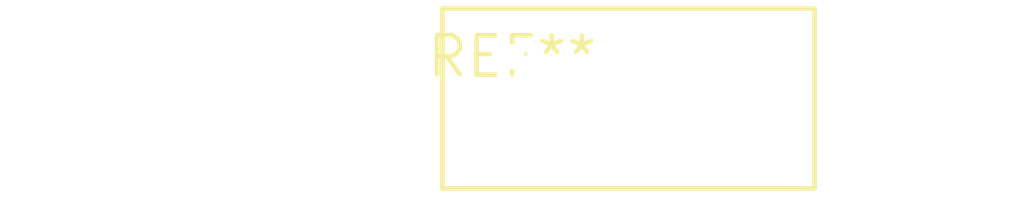
<source format=kicad_pcb>
(kicad_pcb (version 20240108) (generator pcbnew)
  (layers (0 "F.Cu" signal) (31 "B.Cu" signal) (34 "B.Paste" user) (35 "F.Paste" user) (36 "B.SilkS" user "B.Silkscreen") (37 "F.SilkS" user "F.Silkscreen") (38 "B.Mask" user) (39 "F.Mask" user) (44 "Edge.Cuts" user))
  (net 0 "")
  (footprint "RV_Disc_D12mm_W5.8mm_P7.5mm" (layer "F.Cu") (at 0 0)
    (property "Reference" "REF**")
    (property "Value" "RV_Disc_D12mm_W5.8mm_P7.5mm")
    (fp_line (start -2.25 -1.55) (end -2.25 4.25) (layer "F.SilkS") (stroke (width 0.15)))
    (fp_line (start -2.25 -1.55) (end 9.75 -1.55) (layer "F.SilkS") (stroke (width 0.15)))
    (fp_line (start -2.25 4.25) (end 9.75 4.25) (layer "F.SilkS") (stroke (width 0.15)))
    (fp_line (start 9.75 -1.55) (end 9.75 4.25) (layer "F.SilkS") (stroke (width 0.15)))
    (pad "1" thru_hole circle (at 0 0) (size 1.8 1.8) (drill 0.8) (layers *.Cu *.Mask) (remove_unused_layers))
    (pad "2" thru_hole circle (at 7.5 2.7) (size 1.8 1.8) (drill 0.8) (layers *.Cu *.Mask) (remove_unused_layers))
  )
)
</source>
